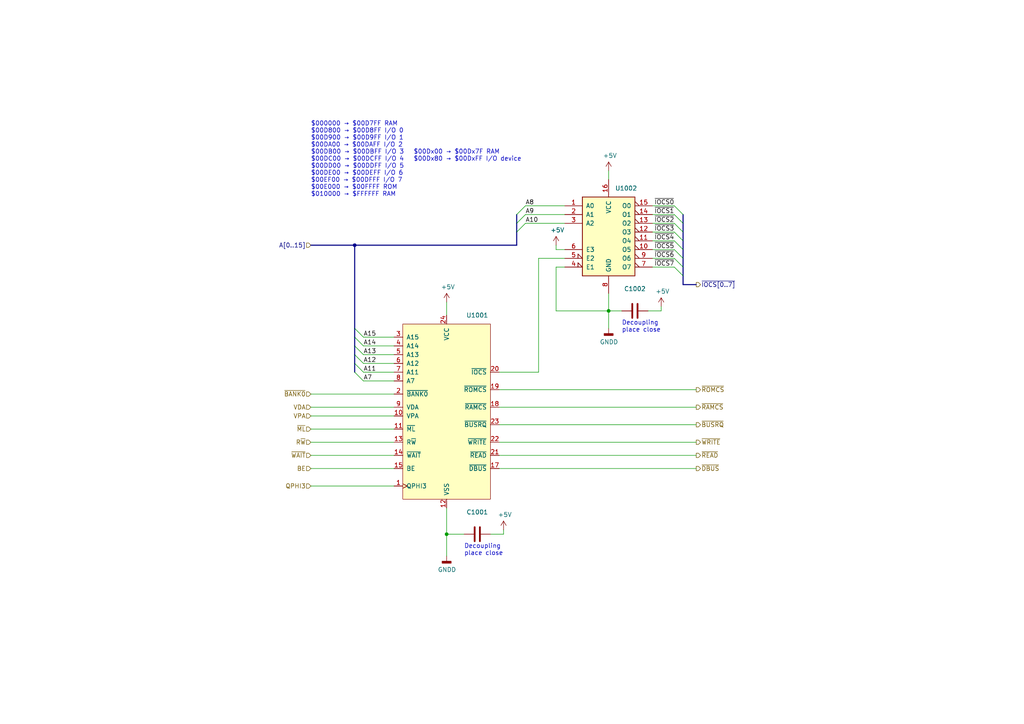
<source format=kicad_sch>
(kicad_sch (version 20211123) (generator eeschema)
  (paper "A4")
  (title_block (title "W65C816S Computer") (date "2020-03-01") (rev "A01") (company "Calle Englund"))
  (lib_symbols
    (symbol "74xx:74LS138" (pin_names (offset 1.016))
      (property "Reference" "U" (at -7.62 11.43 0))
      (property "Value" "74LS138" (at -7.62 -13.97 0))
      (symbol "74LS138_1_0"
        (pin input line (at -12.7 7.62 0) (length 5.08) (name "A0") (number "1"))
        (pin output output_low (at 12.7 -5.08 180) (length 5.08) (name "O5") (number "10"))
        (pin output output_low (at 12.7 -2.54 180) (length 5.08) (name "O4") (number "11"))
        (pin output output_low (at 12.7 0 180) (length 5.08) (name "O3") (number "12"))
        (pin output output_low (at 12.7 2.54 180) (length 5.08) (name "O2") (number "13"))
        (pin output output_low (at 12.7 5.08 180) (length 5.08) (name "O1") (number "14"))
        (pin output output_low (at 12.7 7.62 180) (length 5.08) (name "O0") (number "15"))
        (pin power_in line (at 0 15.24 270) (length 5.08) (name "VCC") (number "16"))
        (pin input line (at -12.7 5.08 0) (length 5.08) (name "A1") (number "2"))
        (pin input line (at -12.7 2.54 0) (length 5.08) (name "A2") (number "3"))
        (pin input input_low (at -12.7 -10.16 0) (length 5.08) (name "E1") (number "4"))
        (pin input input_low (at -12.7 -7.62 0) (length 5.08) (name "E2") (number "5"))
        (pin input line (at -12.7 -5.08 0) (length 5.08) (name "E3") (number "6"))
        (pin output output_low (at 12.7 -10.16 180) (length 5.08) (name "O7") (number "7"))
        (pin power_in line (at 0 -17.78 90) (length 5.08) (name "GND") (number "8"))
        (pin output output_low (at 12.7 -7.62 180) (length 5.08) (name "O6") (number "9"))
      )
      (symbol "74LS138_1_1"
        (rectangle (start -7.62 10.16) (end 7.62 -12.7) (stroke (width 0.254)) (fill (type background)))
      )
    )
    (symbol "Device:C" (pin_numbers hide) (pin_names (offset 0.254))
      (property "Reference" "C" (at 0.635 2.54 0))
      (property "Value" "C" (at 0.635 -2.54 0))
      (symbol "C_0_1"
        (polyline (pts (xy -2.032 -0.762) (xy 2.032 -0.762)) (stroke (width 0.508)))
        (polyline (pts (xy -2.032 0.762) (xy 2.032 0.762)) (stroke (width 0.508)))
      )
      (symbol "C_1_1"
        (pin passive line (at 0 3.81 270) (length 2.794) (name "~") (number "1"))
        (pin passive line (at 0 -3.81 90) (length 2.794) (name "~") (number "2"))
      )
    )
    (symbol "PAL22V10:BUSCON_PDIP" (pin_names (offset 1.016))
      (property "Reference" "U" (at 8.89 27.94 0))
      (property "Value" "BUSCON_PDIP" (at 0 0 90))
      (symbol "BUSCON_PDIP_0_1"
        (rectangle (start -12.7 25.4) (end 12.7 -25.4) (fill (type background)))
      )
      (symbol "BUSCON_PDIP_1_1"
        (pin input clock (at -15.24 -21.59 0) (length 2.54) (name "QPHI3") (number "1"))
        (pin input line (at -15.24 -1.27 0) (length 2.54) (name "VPA") (number "10"))
        (pin input line (at -15.24 -5.08 0) (length 2.54) (name "~{ML}") (number "11"))
        (pin power_in line (at 0 -27.94 90) (length 2.54) (name "VSS") (number "12"))
        (pin input line (at -15.24 -8.89 0) (length 2.54) (name "R~{W}") (number "13"))
        (pin input line (at -15.24 -12.7 0) (length 2.54) (name "~{WAIT}") (number "14"))
        (pin input line (at -15.24 -16.51 0) (length 2.54) (name "BE") (number "15"))
        (pin tri_state line (at 15.24 -16.51 180) (length 2.54) (name "~{DBUS}") (number "17"))
        (pin tri_state line (at 15.24 1.27 180) (length 2.54) (name "~{RAMCS}") (number "18"))
        (pin tri_state line (at 15.24 6.35 180) (length 2.54) (name "~{ROMCS}") (number "19"))
        (pin input line (at -15.24 5.08 0) (length 2.54) (name "~{BANK0}") (number "2"))
        (pin tri_state line (at 15.24 11.43 180) (length 2.54) (name "~{IOCS}") (number "20"))
        (pin tri_state line (at 15.24 -12.7 180) (length 2.54) (name "~{READ}") (number "21"))
        (pin tri_state line (at 15.24 -8.89 180) (length 2.54) (name "~{WRITE}") (number "22"))
        (pin tri_state line (at 15.24 -3.81 180) (length 2.54) (name "~{BUSRQ}") (number "23"))
        (pin power_in line (at 0 27.94 270) (length 2.54) (name "VCC") (number "24"))
        (pin input line (at -15.24 21.59 0) (length 2.54) (name "A15") (number "3"))
        (pin input line (at -15.24 19.05 0) (length 2.54) (name "A14") (number "4"))
        (pin input line (at -15.24 16.51 0) (length 2.54) (name "A13") (number "5"))
        (pin input line (at -15.24 13.97 0) (length 2.54) (name "A12") (number "6"))
        (pin input line (at -15.24 11.43 0) (length 2.54) (name "A11") (number "7"))
        (pin input line (at -15.24 8.89 0) (length 2.54) (name "A7") (number "8"))
        (pin input line (at -15.24 1.27 0) (length 2.54) (name "VDA") (number "9"))
      )
    )
    (symbol "power:+5V" (power) (pin_names (offset 0))
      (property "Value" "+5V" (at 0 3.556 0))
      (symbol "+5V_0_1"
        (polyline (pts (xy -0.762 1.27) (xy 0 2.54)))
        (polyline (pts (xy 0 0) (xy 0 2.54)))
        (polyline (pts (xy 0 2.54) (xy 0.762 1.27)))
      )
      (symbol "+5V_1_1"
        (pin power_in line (at 0 0 90) (length 0) hide (name "+5V") (number "1"))
      )
    )
    (symbol "power:GNDD" (power) (pin_names (offset 0))
      (property "Value" "GNDD" (at 0 -3.175 0))
      (symbol "GNDD_0_1"
        (rectangle (start -1.27 -1.524) (end 1.27 -2.032) (stroke (width 0.254)) (fill (type outline)))
        (polyline (pts (xy 0 0) (xy 0 -1.524)))
      )
      (symbol "GNDD_1_1"
        (pin power_in line (at 0 0 270) (length 0) hide (name "GNDD") (number "1"))
      )
    )
  )
  (junction (at 176.53 90.17))
  (junction (at 102.87 71.12))
  (junction (at 129.54 154.94))
  (bus_entry (at 152.4 64.77) (size -2.54 2.54))
  (bus_entry (at 102.87 97.79) (size 2.54 2.54))
  (bus_entry (at 195.58 67.31) (size 2.54 2.54))
  (bus_entry (at 195.58 62.23) (size 2.54 2.54))
  (bus_entry (at 102.87 105.41) (size 2.54 2.54))
  (bus_entry (at 195.58 74.93) (size 2.54 2.54))
  (bus_entry (at 152.4 62.23) (size -2.54 2.54))
  (bus_entry (at 102.87 100.33) (size 2.54 2.54))
  (bus_entry (at 195.58 72.39) (size 2.54 2.54))
  (bus_entry (at 102.87 95.25) (size 2.54 2.54))
  (bus_entry (at 195.58 77.47) (size 2.54 2.54))
  (bus_entry (at 195.58 59.69) (size 2.54 2.54))
  (bus_entry (at 195.58 69.85) (size 2.54 2.54))
  (bus_entry (at 102.87 107.95) (size 2.54 2.54))
  (bus_entry (at 102.87 102.87) (size 2.54 2.54))
  (bus_entry (at 195.58 64.77) (size 2.54 2.54))
  (bus_entry (at 152.4 59.69) (size -2.54 2.54))
  (wire (pts (xy 114.3 120.65) (xy 90.17 120.65)))
  (bus (pts (xy 198.12 74.93) (xy 198.12 77.47)))
  (bus (pts (xy 102.87 97.79) (xy 102.87 100.33)))
  (wire (pts (xy 105.41 100.33) (xy 114.3 100.33)))
  (bus (pts (xy 102.87 95.25) (xy 102.87 97.79)))
  (bus (pts (xy 198.12 67.31) (xy 198.12 69.85)))
  (wire (pts (xy 189.23 69.85) (xy 195.58 69.85)))
  (bus (pts (xy 198.12 69.85) (xy 198.12 72.39)))
  (wire (pts (xy 189.23 59.69) (xy 195.58 59.69)))
  (bus (pts (xy 102.87 71.12) (xy 90.17 71.12)))
  (wire (pts (xy 176.53 52.07) (xy 176.53 49.53)))
  (bus (pts (xy 198.12 82.55) (xy 201.93 82.55)))
  (wire (pts (xy 129.54 161.29) (xy 129.54 154.94)))
  (bus (pts (xy 149.86 67.31) (xy 149.86 71.12)))
  (wire (pts (xy 146.05 154.94) (xy 142.24 154.94)))
  (wire (pts (xy 105.41 105.41) (xy 114.3 105.41)))
  (wire (pts (xy 189.23 64.77) (xy 195.58 64.77)))
  (wire (pts (xy 90.17 124.46) (xy 114.3 124.46)))
  (wire (pts (xy 114.3 107.95) (xy 105.41 107.95)))
  (wire (pts (xy 163.83 72.39) (xy 161.29 72.39)))
  (bus (pts (xy 149.86 64.77) (xy 149.86 67.31)))
  (wire (pts (xy 90.17 114.3) (xy 114.3 114.3)))
  (wire (pts (xy 105.41 110.49) (xy 114.3 110.49)))
  (wire (pts (xy 152.4 64.77) (xy 163.83 64.77)))
  (wire (pts (xy 156.21 74.93) (xy 156.21 107.95)))
  (bus (pts (xy 102.87 71.12) (xy 102.87 95.25)))
  (wire (pts (xy 144.78 123.19) (xy 201.93 123.19)))
  (wire (pts (xy 146.05 153.67) (xy 146.05 154.94)))
  (wire (pts (xy 163.83 77.47) (xy 161.29 77.47)))
  (wire (pts (xy 134.62 154.94) (xy 129.54 154.94)))
  (wire (pts (xy 195.58 72.39) (xy 189.23 72.39)))
  (wire (pts (xy 114.3 97.79) (xy 105.41 97.79)))
  (wire (pts (xy 129.54 87.63) (xy 129.54 91.44)))
  (wire (pts (xy 201.93 118.11) (xy 144.78 118.11)))
  (wire (pts (xy 191.77 88.9) (xy 191.77 90.17)))
  (wire (pts (xy 195.58 77.47) (xy 189.23 77.47)))
  (wire (pts (xy 176.53 90.17) (xy 176.53 95.25)))
  (wire (pts (xy 152.4 62.23) (xy 163.83 62.23)))
  (bus (pts (xy 102.87 100.33) (xy 102.87 102.87)))
  (wire (pts (xy 195.58 62.23) (xy 189.23 62.23)))
  (bus (pts (xy 198.12 62.23) (xy 198.12 64.77)))
  (bus (pts (xy 198.12 64.77) (xy 198.12 67.31)))
  (wire (pts (xy 195.58 67.31) (xy 189.23 67.31)))
  (wire (pts (xy 161.29 77.47) (xy 161.29 90.17)))
  (bus (pts (xy 198.12 77.47) (xy 198.12 80.01)))
  (bus (pts (xy 102.87 105.41) (xy 102.87 107.95)))
  (wire (pts (xy 176.53 85.09) (xy 176.53 90.17)))
  (wire (pts (xy 161.29 90.17) (xy 176.53 90.17)))
  (wire (pts (xy 152.4 59.69) (xy 163.83 59.69)))
  (bus (pts (xy 102.87 102.87) (xy 102.87 105.41)))
  (bus (pts (xy 149.86 71.12) (xy 102.87 71.12)))
  (wire (pts (xy 144.78 128.27) (xy 201.93 128.27)))
  (wire (pts (xy 189.23 74.93) (xy 195.58 74.93)))
  (wire (pts (xy 176.53 90.17) (xy 180.34 90.17)))
  (wire (pts (xy 90.17 132.08) (xy 114.3 132.08)))
  (wire (pts (xy 90.17 118.11) (xy 114.3 118.11)))
  (wire (pts (xy 191.77 90.17) (xy 187.96 90.17)))
  (wire (pts (xy 90.17 135.89) (xy 114.3 135.89)))
  (wire (pts (xy 161.29 72.39) (xy 161.29 71.12)))
  (bus (pts (xy 198.12 72.39) (xy 198.12 74.93)))
  (bus (pts (xy 149.86 62.23) (xy 149.86 64.77)))
  (wire (pts (xy 114.3 102.87) (xy 105.41 102.87)))
  (wire (pts (xy 163.83 74.93) (xy 156.21 74.93)))
  (wire (pts (xy 144.78 107.95) (xy 156.21 107.95)))
  (wire (pts (xy 201.93 132.08) (xy 144.78 132.08)))
  (wire (pts (xy 129.54 154.94) (xy 129.54 147.32)))
  (wire (pts (xy 144.78 135.89) (xy 201.93 135.89)))
  (wire (pts (xy 90.17 140.97) (xy 114.3 140.97)))
  (wire (pts (xy 114.3 128.27) (xy 90.17 128.27)))
  (bus (pts (xy 198.12 80.01) (xy 198.12 82.55)))
  (wire (pts (xy 144.78 113.03) (xy 201.93 113.03)))
  (text "Decoupling\nplace close" (at 180.34 96.52 0) (effects (font (size 1.27 1.27)) (justify left bottom)))
  (text "$000000 → $00D7FF RAM\n$00D800 → $00D8FF I/O 0\n$00D900 → $00D9FF I/O 1\n$00DA00 → $00DAFF I/O 2\n$00DB00 → $00DBFF I/O 3   $00Dx00 → $00Dx7F RAM\n$00DC00 → $00DCFF I/O 4   $00Dx80 → $00DxFF I/O device\n$00DD00 → $00DDFF I/O 5\n$00DE00 → $00DEFF I/O 6\n$00EF00 → $00DFFF I/O 7\n$00E000 → $00FFFF ROM\n$010000 → $FFFFFF RAM" (at 90.17 57.15 0) (effects (font (size 1.27 1.27)) (justify left bottom)))
  (text "Decoupling\nplace close" (at 134.62 161.29 0) (effects (font (size 1.27 1.27)) (justify left bottom)))
  (label "A13" (at 105.41 102.87 0))
  (label "A12" (at 105.41 105.41 0))
  (label "~{IOCS4}" (at 195.58 69.85 180))
  (label "A10" (at 152.4 64.77 0))
  (label "A9" (at 152.4 62.23 0))
  (label "A14" (at 105.41 100.33 0))
  (label "A8" (at 152.4 59.69 0))
  (label "~{IOCS6}" (at 195.58 74.93 180))
  (label "~{IOCS0}" (at 195.58 59.69 180))
  (label "A15" (at 105.41 97.79 0))
  (label "A11" (at 105.41 107.95 0))
  (label "~{IOCS7}" (at 195.58 77.47 180))
  (label "~{IOCS2}" (at 195.58 64.77 180))
  (label "~{IOCS3}" (at 195.58 67.31 180))
  (label "A7" (at 105.41 110.49 0))
  (label "~{IOCS5}" (at 195.58 72.39 180))
  (label "~{IOCS1}" (at 195.58 62.23 180))
  (hierarchical_label "QPHI3" (shape input) (at 90.17 140.97 180))
  (hierarchical_label "~{WRITE}" (shape output) (at 201.93 128.27 0))
  (hierarchical_label "R~{W}" (shape input) (at 90.17 128.27 180))
  (hierarchical_label "VPA" (shape input) (at 90.17 120.65 180))
  (hierarchical_label "~{WAIT}" (shape input) (at 90.17 132.08 180))
  (hierarchical_label "A[0..15]" (shape input) (at 90.17 71.12 180))
  (hierarchical_label "~{ROMCS}" (shape output) (at 201.93 113.03 0))
  (hierarchical_label "~{READ}" (shape output) (at 201.93 132.08 0))
  (hierarchical_label "~{IOCS[0..7]}" (shape output) (at 201.93 82.55 0))
  (hierarchical_label "BE" (shape input) (at 90.17 135.89 180))
  (hierarchical_label "~{BUSRQ}" (shape output) (at 201.93 123.19 0))
  (hierarchical_label "~{ML}" (shape input) (at 90.17 124.46 180))
  (hierarchical_label "~{RAMCS}" (shape output) (at 201.93 118.11 0))
  (hierarchical_label "VDA" (shape input) (at 90.17 118.11 180))
  (hierarchical_label "~{BANK0}" (shape input) (at 90.17 114.3 180))
  (hierarchical_label "~{DBUS}" (shape output) (at 201.93 135.89 0))
  (symbol (lib_id "power:GNDD") (at 176.53 95.25 0) (unit 1)
    (property "Reference" "#PWR01006" (effects hide))
  )
  (symbol (lib_id "power:+5V") (at 176.53 49.53 0) (unit 1)
    (property "Reference" "#PWR01005" (effects hide))
  )
  (symbol (lib_id "74xx:74LS138") (at 176.53 67.31 0) (unit 1)
    (property "Reference" "U1002" (at 181.61 54.61 0))
    (property "Datasheet" "http://www.ti.com/lit/gpn/sn74LS138" (effects hide))
  )
  (symbol (lib_id "PAL22V10:BUSCON_PDIP") (at 129.54 119.38 0) (unit 1)
    (property "Reference" "U1001" (at 138.43 91.44 0))
  )
  (symbol (lib_id "power:+5V") (at 161.29 71.12 0) (unit 1)
    (property "Reference" "#PWR01004" (effects hide))
  )
  (symbol (lib_id "power:+5V") (at 129.54 87.63 0) (unit 1)
    (property "Reference" "#PWR01001" (effects hide))
  )
  (symbol (lib_id "power:GNDD") (at 129.54 161.29 0) (unit 1)
    (property "Reference" "#PWR01002" (effects hide))
  )
  (symbol (lib_id "Device:C") (at 184.15 90.17 270) (unit 1)
    (property "Reference" "C1002" (at 184.15 83.7692 90))
  )
  (symbol (lib_id "power:+5V") (at 191.77 88.9 0) (unit 1)
    (property "Reference" "#PWR01007" (effects hide))
  )
  (symbol (lib_id "Device:C") (at 138.43 154.94 270) (unit 1)
    (property "Reference" "C1001" (at 138.43 148.5392 90))
  )
  (symbol (lib_id "power:+5V") (at 146.05 153.67 0) (unit 1)
    (property "Reference" "#PWR01003" (effects hide))
  )
)
</source>
